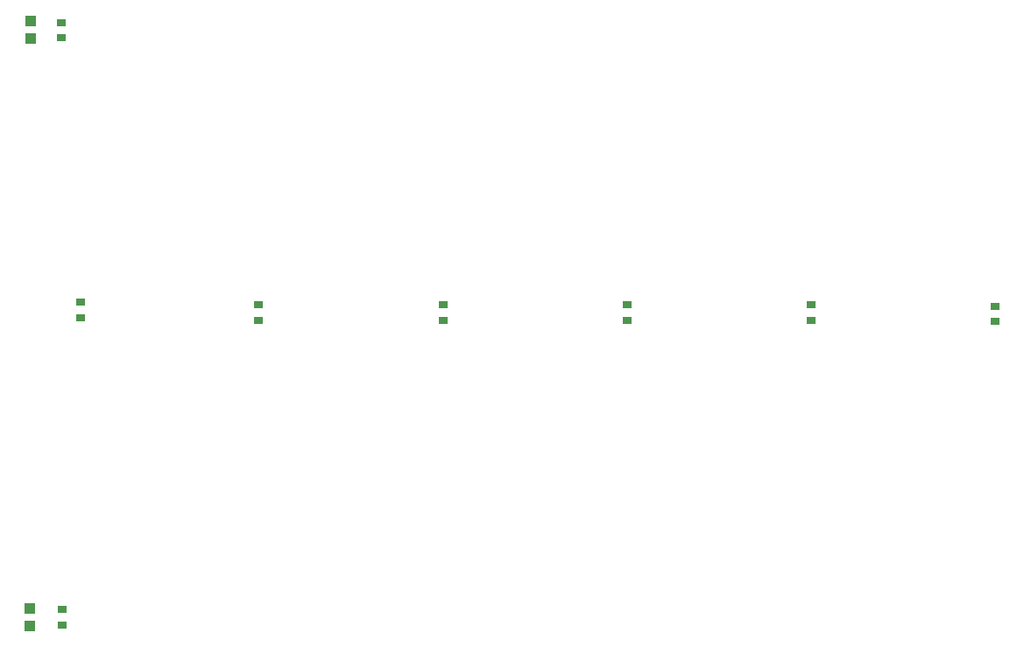
<source format=gtp>
G04*
G04 #@! TF.GenerationSoftware,Altium Limited,Altium Designer,20.0.11 (256)*
G04*
G04 Layer_Color=8421504*
%FSLAX25Y25*%
%MOIN*%
G70*
G01*
G75*
%ADD12R,0.03937X0.04331*%
%ADD13R,0.03543X0.02756*%
D12*
X76500Y239154D02*
D03*
Y245847D02*
D03*
X76000Y15653D02*
D03*
Y22346D02*
D03*
D13*
X88000Y239547D02*
D03*
Y245453D02*
D03*
X88500Y16047D02*
D03*
Y21953D02*
D03*
X95500Y139000D02*
D03*
X95500Y133095D02*
D03*
X163000Y138000D02*
D03*
Y132095D02*
D03*
X233500Y138000D02*
D03*
Y132095D02*
D03*
X303500Y138000D02*
D03*
X303500Y132095D02*
D03*
X373500Y137953D02*
D03*
Y132047D02*
D03*
X443500Y137453D02*
D03*
Y131547D02*
D03*
M02*

</source>
